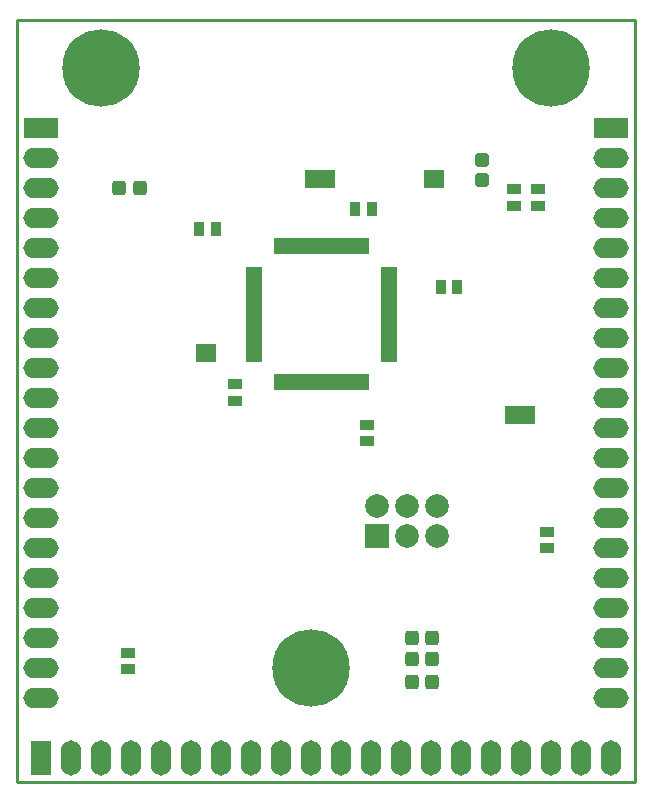
<source format=gts>
G04*
G04 #@! TF.GenerationSoftware,Altium Limited,Altium Designer,18.1.7 (191)*
G04*
G04 Layer_Color=8388736*
%FSLAX25Y25*%
%MOIN*%
G70*
G01*
G75*
%ADD13C,0.01000*%
%ADD25R,0.10236X0.06299*%
%ADD26R,0.07087X0.06299*%
%ADD27R,0.03300X0.05800*%
G04:AMPARAMS|DCode=28|XSize=47.37mil|YSize=43.43mil|CornerRadius=8.43mil|HoleSize=0mil|Usage=FLASHONLY|Rotation=90.000|XOffset=0mil|YOffset=0mil|HoleType=Round|Shape=RoundedRectangle|*
%AMROUNDEDRECTD28*
21,1,0.04737,0.02657,0,0,90.0*
21,1,0.03051,0.04343,0,0,90.0*
1,1,0.01686,0.01329,0.01526*
1,1,0.01686,0.01329,-0.01526*
1,1,0.01686,-0.01329,-0.01526*
1,1,0.01686,-0.01329,0.01526*
%
%ADD28ROUNDEDRECTD28*%
%ADD29R,0.04540X0.03753*%
%ADD30R,0.03753X0.04540*%
G04:AMPARAMS|DCode=31|XSize=47.37mil|YSize=43.43mil|CornerRadius=8.43mil|HoleSize=0mil|Usage=FLASHONLY|Rotation=0.000|XOffset=0mil|YOffset=0mil|HoleType=Round|Shape=RoundedRectangle|*
%AMROUNDEDRECTD31*
21,1,0.04737,0.02657,0,0,0.0*
21,1,0.03051,0.04343,0,0,0.0*
1,1,0.01686,0.01526,-0.01329*
1,1,0.01686,-0.01526,-0.01329*
1,1,0.01686,-0.01526,0.01329*
1,1,0.01686,0.01526,0.01329*
%
%ADD31ROUNDEDRECTD31*%
%ADD32R,0.05524X0.01981*%
%ADD33R,0.01981X0.05524*%
%ADD34R,0.07887X0.07887*%
%ADD35C,0.07887*%
%ADD36C,0.25800*%
%ADD37R,0.11800X0.06800*%
%ADD38O,0.11800X0.06800*%
%ADD39R,0.06800X0.11800*%
%ADD40O,0.06800X0.11800*%
D13*
X0Y0D02*
X206000D01*
Y254000D01*
X0D02*
X206000D01*
X0Y0D02*
Y254000D01*
D25*
X167804Y122500D02*
D03*
X100953Y201000D02*
D03*
D26*
X138878D02*
D03*
X63000Y143000D02*
D03*
D27*
X171000Y122500D02*
D03*
X167757D02*
D03*
X164512D02*
D03*
X104244Y201000D02*
D03*
X101000D02*
D03*
X97757D02*
D03*
X140500D02*
D03*
X137257D02*
D03*
X64622Y143000D02*
D03*
X61378D02*
D03*
D28*
X138347Y48000D02*
D03*
X131653D02*
D03*
X138347Y41000D02*
D03*
X131653D02*
D03*
X138347Y33500D02*
D03*
X131653D02*
D03*
X34154Y198000D02*
D03*
X40846D02*
D03*
D29*
X176500Y77988D02*
D03*
Y83500D02*
D03*
X37000Y43256D02*
D03*
Y37744D02*
D03*
X173500Y192244D02*
D03*
Y197756D02*
D03*
X165500Y192244D02*
D03*
Y197756D02*
D03*
X116500Y113744D02*
D03*
Y119256D02*
D03*
X72500Y127244D02*
D03*
Y132756D02*
D03*
D30*
X118256Y191000D02*
D03*
X112744D02*
D03*
X60744Y184500D02*
D03*
X66256D02*
D03*
X146756Y165000D02*
D03*
X141244D02*
D03*
D31*
X155000Y200654D02*
D03*
Y207347D02*
D03*
D32*
X124138Y141236D02*
D03*
Y143205D02*
D03*
Y145173D02*
D03*
Y147142D02*
D03*
Y149110D02*
D03*
Y151079D02*
D03*
Y153047D02*
D03*
Y155016D02*
D03*
Y156984D02*
D03*
Y158953D02*
D03*
Y160921D02*
D03*
Y162890D02*
D03*
Y164858D02*
D03*
Y166827D02*
D03*
Y168795D02*
D03*
Y170764D02*
D03*
X78862D02*
D03*
Y168795D02*
D03*
Y166827D02*
D03*
Y164858D02*
D03*
Y162890D02*
D03*
Y160921D02*
D03*
Y158953D02*
D03*
Y156984D02*
D03*
Y155016D02*
D03*
Y153047D02*
D03*
Y151079D02*
D03*
Y149110D02*
D03*
Y147142D02*
D03*
Y145173D02*
D03*
Y143205D02*
D03*
Y141236D02*
D03*
D33*
X116264Y178638D02*
D03*
X114295D02*
D03*
X112327D02*
D03*
X110358D02*
D03*
X108390D02*
D03*
X106421D02*
D03*
X104453D02*
D03*
X102484D02*
D03*
X100516D02*
D03*
X98547D02*
D03*
X96579D02*
D03*
X94610D02*
D03*
X92642D02*
D03*
X90673D02*
D03*
X88705D02*
D03*
X86736D02*
D03*
Y133362D02*
D03*
X88705D02*
D03*
X90673D02*
D03*
X92642D02*
D03*
X94610D02*
D03*
X96579D02*
D03*
X98547D02*
D03*
X100516D02*
D03*
X102484D02*
D03*
X104453D02*
D03*
X106421D02*
D03*
X108390D02*
D03*
X110358D02*
D03*
X112327D02*
D03*
X114295D02*
D03*
X116264D02*
D03*
D34*
X120000Y82000D02*
D03*
D35*
Y92000D02*
D03*
X130000Y82000D02*
D03*
Y92000D02*
D03*
X140000Y82000D02*
D03*
Y92000D02*
D03*
D36*
X98000Y38000D02*
D03*
X28000Y238000D02*
D03*
X178000D02*
D03*
D37*
X8000Y218000D02*
D03*
X198000D02*
D03*
D38*
X8000Y208000D02*
D03*
Y198000D02*
D03*
Y188000D02*
D03*
Y178000D02*
D03*
Y168000D02*
D03*
Y158000D02*
D03*
Y148000D02*
D03*
Y138000D02*
D03*
Y128000D02*
D03*
Y118000D02*
D03*
Y108000D02*
D03*
Y98000D02*
D03*
Y88000D02*
D03*
Y78000D02*
D03*
Y68000D02*
D03*
Y58000D02*
D03*
Y48000D02*
D03*
Y38000D02*
D03*
Y28000D02*
D03*
X198000Y208000D02*
D03*
Y198000D02*
D03*
Y188000D02*
D03*
Y178000D02*
D03*
Y168000D02*
D03*
Y158000D02*
D03*
Y148000D02*
D03*
Y138000D02*
D03*
Y128000D02*
D03*
Y118000D02*
D03*
Y108000D02*
D03*
Y98000D02*
D03*
Y88000D02*
D03*
Y78000D02*
D03*
Y68000D02*
D03*
Y58000D02*
D03*
Y48000D02*
D03*
Y38000D02*
D03*
Y28000D02*
D03*
D39*
X8000Y8000D02*
D03*
D40*
X18000D02*
D03*
X28000D02*
D03*
X38000D02*
D03*
X48000D02*
D03*
X58000D02*
D03*
X68000D02*
D03*
X78000D02*
D03*
X88000D02*
D03*
X98000D02*
D03*
X108000D02*
D03*
X118000D02*
D03*
X128000D02*
D03*
X138000D02*
D03*
X148000D02*
D03*
X158000D02*
D03*
X168000D02*
D03*
X178000D02*
D03*
X188000D02*
D03*
X198000D02*
D03*
M02*

</source>
